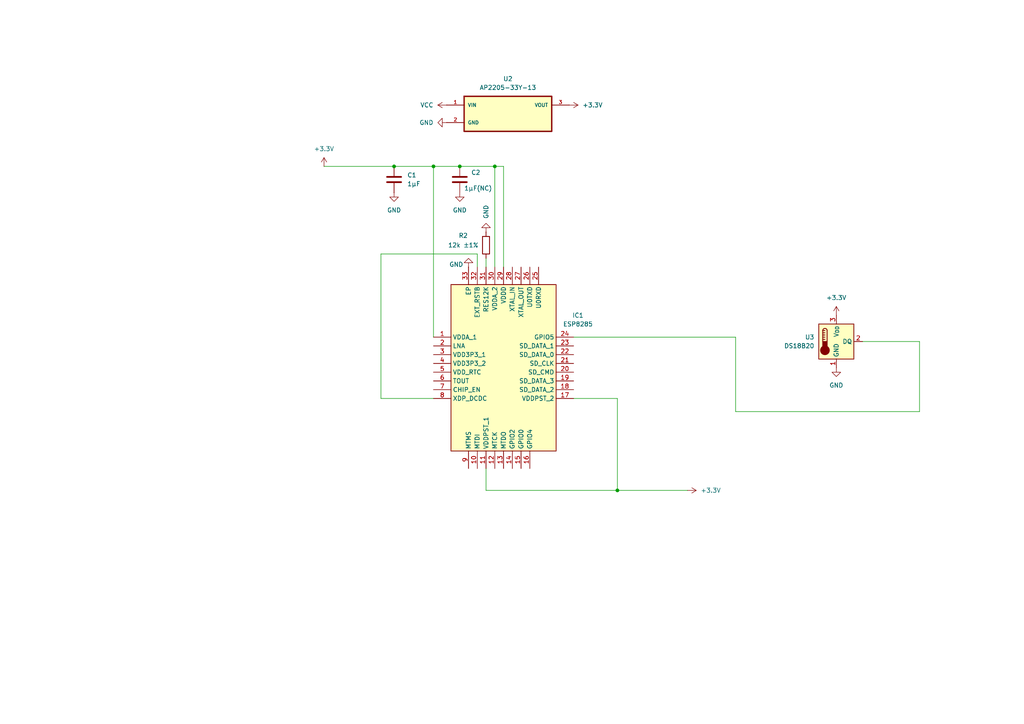
<source format=kicad_sch>
(kicad_sch (version 20231120) (generator "eeschema") (generator_version "8.0")
  (paper "A4")
  (lib_symbols
    (symbol "Device:C" (pin_numbers hide) (pin_names (offset 0.254))
      (property "Reference" "C" (at 0.635 2.54 0))
      (property "Value" "C" (at 0.635 -2.54 0))
      (symbol "C_0_1"
        (polyline (pts (xy -2.032 -0.762) (xy 2.032 -0.762)) (stroke (width 0.508)))
        (polyline (pts (xy -2.032 0.762) (xy 2.032 0.762)) (stroke (width 0.508)))
      )
      (symbol "C_1_1"
        (pin passive line (at 0 3.81 270) (length 2.794) (name "~") (number "1"))
        (pin passive line (at 0 -3.81 90) (length 2.794) (name "~") (number "2"))
      )
    )
    (symbol "Device:R" (pin_numbers hide) (pin_names (offset 0))
      (property "Reference" "R" (at 2.032 0 90))
      (property "Value" "R" (at 0 0 90))
      (symbol "R_0_1"
        (rectangle (start -1.016 -2.54) (end 1.016 2.54) (stroke (width 0.254)))
      )
      (symbol "R_1_1"
        (pin passive line (at 0 3.81 270) (length 1.27) (name "~") (number "1"))
        (pin passive line (at 0 -3.81 90) (length 1.27) (name "~") (number "2"))
      )
    )
    (symbol "Sensor_Temperature:DS18B20"
      (property "Reference" "U" (at -3.81 6.35 0))
      (property "Value" "DS18B20" (at 6.35 6.35 0))
      (symbol "DS18B20_0_1"
        (rectangle (start -5.08 5.08) (end 5.08 -5.08) (stroke (width 0.254)) (fill (type background)))
        (circle (center -3.302 -2.54) (radius 1.27) (stroke (width 0.254)) (fill (type outline)))
        (rectangle (start -2.667 -1.905) (end -3.937 0) (stroke (width 0.254)) (fill (type outline)))
        (arc (start -2.667 3.175) (mid -3.302 3.8073) (end -3.937 3.175) (stroke (width 0.254)))
        (polyline (pts (xy -3.937 0.635) (xy -3.302 0.635)) (stroke (width 0.254)))
        (polyline (pts (xy -3.937 1.27) (xy -3.302 1.27)) (stroke (width 0.254)))
        (polyline (pts (xy -3.937 1.905) (xy -3.302 1.905)) (stroke (width 0.254)))
        (polyline (pts (xy -3.937 2.54) (xy -3.302 2.54)) (stroke (width 0.254)))
        (polyline (pts (xy -3.937 3.175) (xy -3.937 0)) (stroke (width 0.254)))
        (polyline (pts (xy -3.937 3.175) (xy -3.302 3.175)) (stroke (width 0.254)))
        (polyline (pts (xy -2.667 3.175) (xy -2.667 0)) (stroke (width 0.254)))
      )
      (symbol "DS18B20_1_1"
        (pin power_in line (at 0 -7.62 90) (length 2.54) (name "GND") (number "1"))
        (pin bidirectional line (at 7.62 0 180) (length 2.54) (name "DQ") (number "2"))
        (pin power_in line (at 0 7.62 270) (length 2.54) (name "V_{DD}") (number "3"))
      )
    )
    (symbol "custom:AP2205-33Y-13" (pin_names (offset 1.016))
      (property "Reference" "U" (at -12.7 6.08 0))
      (property "Value" "AP2205-33Y-13" (at -12.7 -9.08 0))
      (symbol "AP2205-33Y-13_0_0"
        (rectangle (start -12.7 -5.08) (end 12.7 5.08) (stroke (width 0.41)) (fill (type background)))
        (pin input line (at -17.78 2.54 0) (length 5.08) (name "VIN") (number "1"))
        (pin power_in line (at -17.78 -2.54 0) (length 5.08) (name "GND") (number "2"))
        (pin output line (at 17.78 2.54 180) (length 5.08) (name "VOUT") (number "3"))
      )
    )
    (symbol "custom:ESP8285"
      (property "Reference" "IC" (at 36.83 20.32 0))
      (property "Value" "ESP8285" (at 36.83 17.78 0))
      (symbol "ESP8285_1_1"
        (rectangle (start 5.08 15.24) (end 35.56 -33.02) (stroke (width 0.254)) (fill (type background)))
        (pin passive line (at 0 0 0) (length 5.08) (name "VDDA_1") (number "1"))
        (pin passive line (at 12.7 -38.1 90) (length 5.08) (name "MTDI") (number "10"))
        (pin passive line (at 15.24 -38.1 90) (length 5.08) (name "VDDPST_1") (number "11"))
        (pin passive line (at 17.78 -38.1 90) (length 5.08) (name "MTCK") (number "12"))
        (pin passive line (at 20.32 -38.1 90) (length 5.08) (name "MTDO") (number "13"))
        (pin passive line (at 22.86 -38.1 90) (length 5.08) (name "GPIO2") (number "14"))
        (pin passive line (at 25.4 -38.1 90) (length 5.08) (name "GPIO0") (number "15"))
        (pin passive line (at 27.94 -38.1 90) (length 5.08) (name "GPIO4") (number "16"))
        (pin passive line (at 40.64 -17.78 180) (length 5.08) (name "VDDPST_2") (number "17"))
        (pin passive line (at 40.64 -15.24 180) (length 5.08) (name "SD_DATA_2") (number "18"))
        (pin passive line (at 40.64 -12.7 180) (length 5.08) (name "SD_DATA_3") (number "19"))
        (pin passive line (at 0 -2.54 0) (length 5.08) (name "LNA") (number "2"))
        (pin passive line (at 40.64 -10.16 180) (length 5.08) (name "SD_CMD") (number "20"))
        (pin passive line (at 40.64 -7.62 180) (length 5.08) (name "SD_CLK") (number "21"))
        (pin passive line (at 40.64 -5.08 180) (length 5.08) (name "SD_DATA_0") (number "22"))
        (pin passive line (at 40.64 -2.54 180) (length 5.08) (name "SD_DATA_1") (number "23"))
        (pin passive line (at 40.64 0 180) (length 5.08) (name "GPIO5") (number "24"))
        (pin passive line (at 30.48 20.32 270) (length 5.08) (name "U0RXD") (number "25"))
        (pin passive line (at 27.94 20.32 270) (length 5.08) (name "U0TXD") (number "26"))
        (pin passive line (at 25.4 20.32 270) (length 5.08) (name "XTAL_OUT") (number "27"))
        (pin passive line (at 22.86 20.32 270) (length 5.08) (name "XTAL_IN") (number "28"))
        (pin passive line (at 20.32 20.32 270) (length 5.08) (name "VDDD") (number "29"))
        (pin passive line (at 0 -5.08 0) (length 5.08) (name "VDD3P3_1") (number "3"))
        (pin passive line (at 17.78 20.32 270) (length 5.08) (name "VDDA_2") (number "30"))
        (pin passive line (at 15.24 20.32 270) (length 5.08) (name "RES12K") (number "31"))
        (pin passive line (at 12.7 20.32 270) (length 5.08) (name "EXT_RSTB") (number "32"))
        (pin passive line (at 10.16 20.32 270) (length 5.08) (name "EP") (number "33"))
        (pin passive line (at 0 -7.62 0) (length 5.08) (name "VDD3P3_2") (number "4"))
        (pin passive line (at 0 -10.16 0) (length 5.08) (name "VDD_RTC") (number "5"))
        (pin passive line (at 0 -12.7 0) (length 5.08) (name "TOUT") (number "6"))
        (pin passive line (at 0 -15.24 0) (length 5.08) (name "CHIP_EN") (number "7"))
        (pin passive line (at 0 -17.78 0) (length 5.08) (name "XDP_DCDC") (number "8"))
        (pin passive line (at 10.16 -38.1 90) (length 5.08) (name "MTMS") (number "9"))
      )
    )
    (symbol "power:+3.3V" (power) (pin_numbers hide) (pin_names (offset 0) hide)
      (property "Value" "+3.3V" (at 0 3.556 0))
      (symbol "+3.3V_0_1"
        (polyline (pts (xy -0.762 1.27) (xy 0 2.54)))
        (polyline (pts (xy 0 0) (xy 0 2.54)))
        (polyline (pts (xy 0 2.54) (xy 0.762 1.27)))
      )
      (symbol "+3.3V_1_1"
        (pin power_in line (at 0 0 90) (length 0) (name "~") (number "1"))
      )
    )
    (symbol "power:GND" (power) (pin_numbers hide) (pin_names (offset 0) hide)
      (property "Value" "GND" (at 0 -3.81 0))
      (symbol "GND_0_1"
        (polyline (pts (xy 0 0) (xy 0 -1.27) (xy 1.27 -1.27) (xy 0 -2.54) (xy -1.27 -1.27) (xy 0 -1.27)))
      )
      (symbol "GND_1_1"
        (pin power_in line (at 0 0 270) (length 0) (name "~") (number "1"))
      )
    )
    (symbol "power:VCC" (power) (pin_numbers hide) (pin_names (offset 0) hide)
      (property "Value" "VCC" (at 0 3.556 0))
      (symbol "VCC_0_1"
        (polyline (pts (xy -0.762 1.27) (xy 0 2.54)))
        (polyline (pts (xy 0 0) (xy 0 2.54)))
        (polyline (pts (xy 0 2.54) (xy 0.762 1.27)))
      )
      (symbol "VCC_1_1"
        (pin power_in line (at 0 0 90) (length 0) (name "~") (number "1"))
      )
    )
  )
  (junction (at 133.35 48.26))
  (junction (at 125.73 48.26))
  (junction (at 143.51 48.26))
  (junction (at 179.07 142.24))
  (junction (at 114.3 48.26))
  (wire (pts (xy 311.15 68.58) (xy 311.15 5.08)))
  (wire (pts (xy 138.43 73.66) (xy 110.49 73.66)))
  (wire (pts (xy 140.97 74.93) (xy 140.97 77.47)))
  (wire (pts (xy 179.07 115.57) (xy 179.07 142.24)))
  (wire (pts (xy 166.37 115.57) (xy 179.07 115.57)))
  (wire (pts (xy 179.07 142.24) (xy 199.39 142.24)))
  (wire (pts (xy 213.36 119.38) (xy 266.7 119.38)))
  (wire (pts (xy 110.49 73.66) (xy 110.49 115.57)))
  (wire (pts (xy 125.73 48.26) (xy 125.73 97.79)))
  (wire (pts (xy 143.51 48.26) (xy 146.05 48.26)))
  (wire (pts (xy 266.7 119.38) (xy 266.7 99.06)))
  (wire (pts (xy 110.49 115.57) (xy 125.73 115.57)))
  (wire (pts (xy 166.37 97.79) (xy 213.36 97.79)))
  (wire (pts (xy 114.3 48.26) (xy 125.73 48.26)))
  (wire (pts (xy 143.51 48.26) (xy 143.51 77.47)))
  (wire (pts (xy 93.98 48.26) (xy 114.3 48.26)))
  (wire (pts (xy 140.97 135.89) (xy 140.97 142.24)))
  (wire (pts (xy 138.43 77.47) (xy 138.43 73.66)))
  (wire (pts (xy 213.36 97.79) (xy 213.36 119.38)))
  (wire (pts (xy 146.05 77.47) (xy 146.05 48.26)))
  (wire (pts (xy 133.35 48.26) (xy 143.51 48.26)))
  (wire (pts (xy 140.97 142.24) (xy 179.07 142.24)))
  (wire (pts (xy 125.73 48.26) (xy 133.35 48.26)))
  (wire (pts (xy 266.7 99.06) (xy 250.19 99.06)))
  (symbol (lib_id "Sensor_Temperature:DS18B20") (at 242.57 99.06 0) (unit 1)
    (property "Reference" "U3" (at 236.22 97.7899 0) (effects (justify right)))
    (property "Value" "DS18B20" (at 236.22 100.3299 0) (effects (justify right)))
    (property "Footprint" "Package_TO_SOT_THT:TO-92_Inline" (effects (hide yes)))
    (property "Datasheet" "http://datasheets.maximintegrated.com/en/ds/DS18B20.pdf" (effects (hide yes)))
    (property "Description" "Programmable Resolution 1-Wire Digital Thermometer TO-92" (effects (hide yes)))
  )
  (symbol (lib_id "power:+3.3V") (at 165.1 30.48 270) (unit 1)
    (property "Reference" "#PWR02" (effects (hide yes)))
    (property "Value" "+3.3V" (at 168.91 30.4799 90) (effects (justify left)))
    (property "Description" "Power symbol creates a global label with name \"+3.3V\"" (effects (hide yes)))
  )
  (symbol (lib_id "power:GND") (at 133.35 55.88 0) (unit 1)
    (property "Reference" "#PWR014" (effects (hide yes)))
    (property "Value" "GND" (at 133.35 60.96 0))
    (property "Description" "Power symbol creates a global label with name \"GND\" , ground" (effects (hide yes)))
  )
  (symbol (lib_id "power:GND") (at 135.89 77.47 180) (unit 1)
    (property "Reference" "#PWR010" (effects (hide yes)))
    (property "Value" "GND" (at 132.334 76.708 0))
    (property "Description" "Power symbol creates a global label with name \"GND\" , ground" (effects (hide yes)))
  )
  (symbol (lib_id "power:GND") (at 242.57 106.68 0) (unit 1)
    (property "Reference" "#PWR07" (effects (hide yes)))
    (property "Value" "GND" (at 242.57 111.76 0))
    (property "Description" "Power symbol creates a global label with name \"GND\" , ground" (effects (hide yes)))
  )
  (symbol (lib_id "power:GND") (at 129.54 35.56 270) (unit 1)
    (property "Reference" "#PWR03" (effects (hide yes)))
    (property "Value" "GND" (at 125.73 35.5599 90) (effects (justify right)))
    (property "Description" "Power symbol creates a global label with name \"GND\" , ground" (effects (hide yes)))
  )
  (symbol (lib_id "Device:R") (at 140.97 71.12 180) (unit 1)
    (property "Reference" "R2" (at 134.366 68.326 0))
    (property "Value" "12k ±1%" (at 134.366 71.12 0))
    (property "Description" "Resistor" (effects (hide yes)))
  )
  (symbol (lib_id "power:GND") (at 140.97 67.31 180) (unit 1)
    (property "Reference" "#PWR09" (effects (hide yes)))
    (property "Value" "GND" (at 140.9701 63.5 90) (effects (justify right)))
    (property "Description" "Power symbol creates a global label with name \"GND\" , ground" (effects (hide yes)))
  )
  (symbol (lib_id "Device:C") (at 114.3 52.07 0) (unit 1)
    (property "Reference" "C1" (at 118.11 50.7999 0) (effects (justify left)))
    (property "Value" "1μF " (at 118.11 53.3399 0) (effects (justify left)))
    (property "Description" "Unpolarized capacitor" (effects (hide yes)))
  )
  (symbol (lib_id "custom:ESP8285") (at 125.73 97.79 0) (unit 1)
    (property "Reference" "IC1" (at 167.64 91.4714 0))
    (property "Value" "ESP8285" (at 167.64 94.0114 0))
    (property "Footprint" "QFN50P500X500X90-33N-D" (effects (hide yes)))
    (property "Datasheet" "http://espressif.com/sites/default/files/documentation/0a-esp8285_datasheet_en.pdf" (effects (hide yes)))
    (property "Description" "Wi-Fi SoC, qfn-32" (effects (hide yes)))
    (property "Height" "0.9" (effects (hide yes)))
    (property "Manufacturer_Name" "Espressif Systems" (effects (hide yes)))
    (property "Manufacturer_Part_Number" "ESP8285" (effects (hide yes)))
    (property "Mouser Part Number" "356-ESP8285" (effects (hide yes)))
    (property "Mouser Price/Stock" "https://www.mouser.co.uk/ProductDetail/Espressif-Systems/ESP8285?qs=chTDxNqvsyn49Ad%252BqWdhIQ%3D%3D" (effects (hide yes)))
  )
  (symbol (lib_id "custom:AP2205-33Y-13") (at 147.32 33.02 0) (unit 1)
    (property "Reference" "U2" (at 147.32 22.86 0))
    (property "Value" "AP2205-33Y-13" (at 147.32 25.4 0))
    (property "Footprint" "AP2205-33Y-13:VREG_AP7370-33Y-13" (effects (hide yes)))
    (property "MF" "Diodes Incorporated" (effects (hide yes)))
    (property "Description_1" "\nLinear Voltage Regulator IC Positive Fixed 1 Output 250mA SOT-89-3\n" (effects (hide yes)))
    (property "Package" "TO-243AA Diodes Incorporated" (effects (hide yes)))
    (property "Price" "None" (effects (hide yes)))
    (property "Check_prices" "https://www.snapeda.com/parts/AP2205-33Y-13/Diodes+Inc./view-part/?ref=eda" (effects (hide yes)))
    (property "SnapEDA_Link" "https://www.snapeda.com/parts/AP2205-33Y-13/Diodes+Inc./view-part/?ref=snap" (effects (hide yes)))
    (property "MP" "AP2205-33Y-13" (effects (hide yes)))
    (property "Purchase-URL" "https://www.snapeda.com/api/url_track_click_mouser/?unipart_id=5168993&manufacturer=Diodes Incorporated&part_name=AP2205-33Y-13&search_term=None" (effects (hide yes)))
    (property "Availability" "In Stock" (effects (hide yes)))
    (property "Manufacturer" "Diodes Incorporated" (effects (hide yes)))
  )
  (symbol (lib_id "power:+3.3V") (at 242.57 91.44 0) (unit 1)
    (property "Reference" "#PWR06" (effects (hide yes)))
    (property "Value" "+3.3V" (at 242.57 86.36 0))
    (property "Description" "Power symbol creates a global label with name \"+3.3V\"" (effects (hide yes)))
  )
  (symbol (lib_id "Device:C") (at 133.35 52.07 0) (unit 1)
    (property "Reference" "C2" (at 136.652 50.038 0) (effects (justify left)))
    (property "Value" "1μF(NC)" (at 134.62 54.61 0) (effects (justify left)))
    (property "Description" "Unpolarized capacitor" (effects (hide yes)))
  )
  (symbol (lib_id "power:VCC") (at 129.54 30.48 90) (unit 1)
    (property "Reference" "#PWR04" (effects (hide yes)))
    (property "Value" "VCC" (at 125.73 30.4799 90) (effects (justify left)))
    (property "Description" "Power symbol creates a global label with name \"VCC\"" (effects (hide yes)))
  )
  (symbol (lib_id "power:+3.3V") (at 199.39 142.24 270) (unit 1)
    (property "Reference" "#PWR011" (effects (hide yes)))
    (property "Value" "+3.3V" (at 203.2 142.2399 90) (effects (justify left)))
    (property "Description" "Power symbol creates a global label with name \"+3.3V\"" (effects (hide yes)))
  )
  (symbol (lib_id "power:+3.3V") (at 93.98 48.26 0) (unit 1)
    (property "Reference" "#PWR012" (effects (hide yes)))
    (property "Value" "+3.3V" (at 93.98 43.18 0))
    (property "Description" "Power symbol creates a global label with name \"+3.3V\"" (effects (hide yes)))
  )
  (symbol (lib_id "power:GND") (at 114.3 55.88 0) (unit 1)
    (property "Reference" "#PWR013" (effects (hide yes)))
    (property "Value" "GND" (at 114.3 60.96 0))
    (property "Description" "Power symbol creates a global label with name \"GND\" , ground" (effects (hide yes)))
  )
)
</source>
